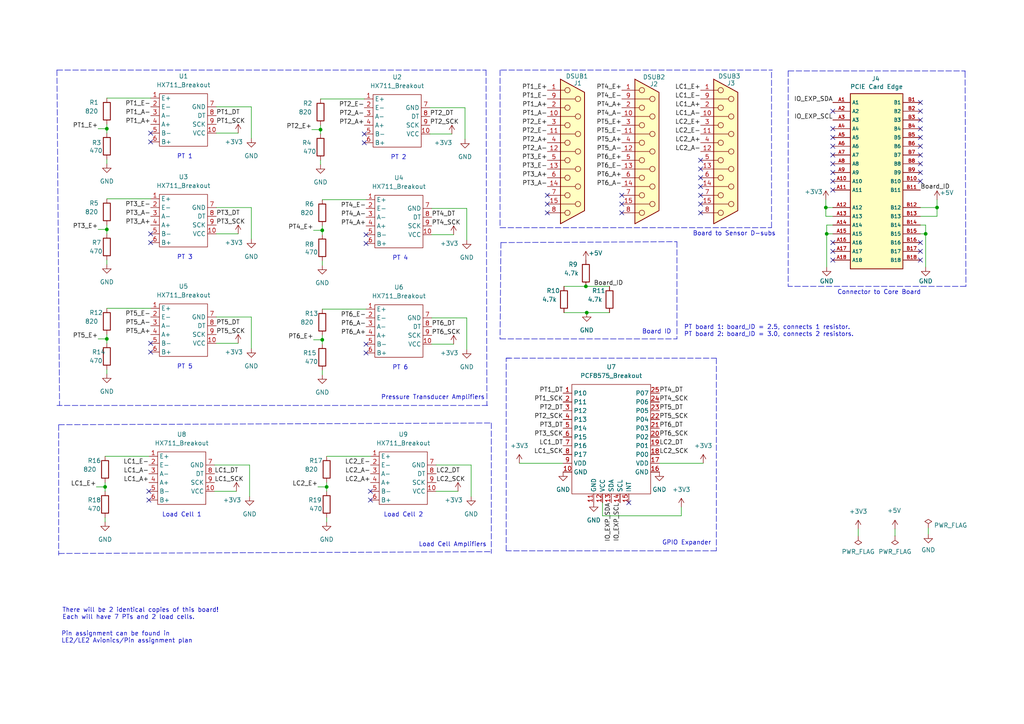
<source format=kicad_sch>
(kicad_sch (version 20211123) (generator eeschema)
  (paper "A4")
  (lib_symbols
    (symbol "Connector:DB15_Female" (pin_names (offset 1.016) hide)
      (property "Reference" "J" (at 0.508 21.59 0))
      (property "Value" "DB15_Female" (at 0 -22.225 0))
      (symbol "DB15_Female_0_1"
        (circle (center -1.778 -17.78) (radius 0.762))
        (circle (center -1.778 -12.7) (radius 0.762))
        (circle (center -1.778 -7.62) (radius 0.762))
        (circle (center -1.778 -2.54) (radius 0.762))
        (circle (center -1.778 2.54) (radius 0.762))
        (circle (center -1.778 7.62) (radius 0.762))
        (circle (center -1.778 12.7) (radius 0.762))
        (circle (center -1.778 17.78) (radius 0.762))
        (polyline (pts (xy -3.81 -17.78) (xy -2.54 -17.78)))
        (polyline (pts (xy -3.81 -15.24) (xy 0.508 -15.24)))
        (polyline (pts (xy -3.81 -12.7) (xy -2.54 -12.7)))
        (polyline (pts (xy -3.81 -10.16) (xy 0.508 -10.16)))
        (polyline (pts (xy -3.81 -7.62) (xy -2.54 -7.62)))
        (polyline (pts (xy -3.81 -5.08) (xy 0.508 -5.08)))
        (polyline (pts (xy -3.81 -2.54) (xy -2.54 -2.54)))
        (polyline (pts (xy -3.81 0) (xy 0.508 0)))
        (polyline (pts (xy -3.81 2.54) (xy -2.54 2.54)))
        (polyline (pts (xy -3.81 5.08) (xy 0.508 5.08)))
        (polyline (pts (xy -3.81 7.62) (xy -2.54 7.62)))
        (polyline (pts (xy -3.81 10.16) (xy 0.508 10.16)))
        (polyline (pts (xy -3.81 12.7) (xy -2.54 12.7)))
        (polyline (pts (xy -3.81 15.24) (xy 0.508 15.24)))
        (polyline (pts (xy -3.81 17.78) (xy -2.54 17.78)))
        (polyline (pts (xy -3.81 20.955) (xy 3.175 17.145) (xy 3.175 -17.145) (xy -3.81 -20.955) (xy -3.81 20.955)) (stroke (width 0.254)) (fill (type background)))
        (circle (center 1.27 -15.24) (radius 0.762))
        (circle (center 1.27 -10.16) (radius 0.762))
        (circle (center 1.27 -5.08) (radius 0.762))
        (circle (center 1.27 0) (radius 0.762))
        (circle (center 1.27 5.08) (radius 0.762))
        (circle (center 1.27 10.16) (radius 0.762))
        (circle (center 1.27 15.24) (radius 0.762))
      )
      (symbol "DB15_Female_1_1"
        (pin passive line (at -7.62 17.78 0) (length 3.81) (name "1") (number "1"))
        (pin passive line (at -7.62 10.16 0) (length 3.81) (name "P10") (number "10"))
        (pin passive line (at -7.62 5.08 0) (length 3.81) (name "P111") (number "11"))
        (pin passive line (at -7.62 0 0) (length 3.81) (name "P12") (number "12"))
        (pin passive line (at -7.62 -5.08 0) (length 3.81) (name "P13") (number "13"))
        (pin passive line (at -7.62 -10.16 0) (length 3.81) (name "P14") (number "14"))
        (pin passive line (at -7.62 -15.24 0) (length 3.81) (name "P15") (number "15"))
        (pin passive line (at -7.62 12.7 0) (length 3.81) (name "2") (number "2"))
        (pin passive line (at -7.62 7.62 0) (length 3.81) (name "3") (number "3"))
        (pin passive line (at -7.62 2.54 0) (length 3.81) (name "4") (number "4"))
        (pin passive line (at -7.62 -2.54 0) (length 3.81) (name "5") (number "5"))
        (pin passive line (at -7.62 -7.62 0) (length 3.81) (name "6") (number "6"))
        (pin passive line (at -7.62 -12.7 0) (length 3.81) (name "7") (number "7"))
        (pin passive line (at -7.62 -17.78 0) (length 3.81) (name "8") (number "8"))
        (pin passive line (at -7.62 15.24 0) (length 3.81) (name "P9") (number "9"))
      )
    )
    (symbol "Device:R" (pin_numbers hide) (pin_names (offset 0))
      (property "Reference" "R" (at 2.032 0 90))
      (property "Value" "R" (at 0 0 90))
      (symbol "R_0_1"
        (rectangle (start -1.016 -2.54) (end 1.016 2.54) (stroke (width 0.254)))
      )
      (symbol "R_1_1"
        (pin passive line (at 0 3.81 270) (length 1.27) (name "~") (number "1"))
        (pin passive line (at 0 -3.81 90) (length 1.27) (name "~") (number "2"))
      )
    )
    (symbol "ELLIE_Symbol_Library:HX711_Breakout"
      (property "Reference" "U" (at -1.27 -5.08 0))
      (property "Value" "HX711_Breakout" (at -1.27 -7.62 0))
      (symbol "HX711_Breakout_0_1"
        (rectangle (start -8.89 11.43) (end 5.08 -3.81))
      )
      (symbol "HX711_Breakout_1_1"
        (pin output line (at -11.43 10.16 0) (length 2.54) (name "E+") (number "1"))
        (pin power_in line (at 7.62 0 180) (length 2.54) (name "VCC") (number "10"))
        (pin output line (at -11.43 7.62 0) (length 2.54) (name "E-") (number "2"))
        (pin input line (at -11.43 5.08 0) (length 2.54) (name "A-") (number "3"))
        (pin input line (at -11.43 2.54 0) (length 2.54) (name "A+") (number "4"))
        (pin output line (at -11.43 0 0) (length 2.54) (name "B-") (number "5"))
        (pin output line (at -11.43 -2.54 0) (length 2.54) (name "B+") (number "6"))
        (pin power_in line (at 7.62 7.62 180) (length 2.54) (name "GND") (number "7"))
        (pin input line (at 7.62 5.08 180) (length 2.54) (name "DT") (number "8"))
        (pin input line (at 7.62 2.54 180) (length 2.54) (name "SCK") (number "9"))
      )
    )
    (symbol "PCF8575_Breakout:PCF8575_Breakout"
      (property "Reference" "U" (at 0 19.05 0))
      (property "Value" "PCF8575_Breakout" (at 0 16.51 0))
      (symbol "PCF8575_Breakout_0_1"
        (rectangle (start -11.43 13.97) (end 11.43 -17.78))
      )
      (symbol "PCF8575_Breakout_1_1"
        (pin bidirectional line (at -13.97 11.43 0) (length 2.54) (name "P10") (number "1"))
        (pin power_in line (at -13.97 -11.43 0) (length 2.54) (name "GND") (number "10"))
        (pin power_in line (at -5.08 -20.32 90) (length 2.54) (name "GND") (number "11"))
        (pin power_in line (at -2.54 -20.32 90) (length 2.54) (name "VCC") (number "12"))
        (pin bidirectional line (at 0 -20.32 90) (length 2.54) (name "SDA") (number "13"))
        (pin input line (at 2.54 -20.32 90) (length 2.54) (name "SCL") (number "14"))
        (pin output line (at 5.08 -20.32 90) (length 2.54) (name "INT") (number "15"))
        (pin power_in line (at 13.97 -11.43 180) (length 2.54) (name "GND") (number "16"))
        (pin power_in line (at 13.97 -8.89 180) (length 2.54) (name "VDD") (number "17"))
        (pin bidirectional line (at 13.97 -6.35 180) (length 2.54) (name "P00") (number "18"))
        (pin bidirectional line (at 13.97 -3.81 180) (length 2.54) (name "P01") (number "19"))
        (pin bidirectional line (at -13.97 8.89 0) (length 2.54) (name "P11") (number "2"))
        (pin bidirectional line (at 13.97 -1.27 180) (length 2.54) (name "P02") (number "20"))
        (pin bidirectional line (at 13.97 1.27 180) (length 2.54) (name "P03") (number "21"))
        (pin bidirectional line (at 13.97 3.81 180) (length 2.54) (name "P04") (number "22"))
        (pin bidirectional line (at 13.97 6.35 180) (length 2.54) (name "P05") (number "23"))
        (pin bidirectional line (at 13.97 8.89 180) (length 2.54) (name "P06") (number "24"))
        (pin bidirectional line (at 13.97 11.43 180) (length 2.54) (name "P07") (number "25"))
        (pin bidirectional line (at -13.97 6.35 0) (length 2.54) (name "P12") (number "3"))
        (pin bidirectional line (at -13.97 3.81 0) (length 2.54) (name "P13") (number "4"))
        (pin bidirectional line (at -13.97 1.27 0) (length 2.54) (name "P14") (number "5"))
        (pin bidirectional line (at -13.97 -1.27 0) (length 2.54) (name "P15") (number "6"))
        (pin bidirectional line (at -13.97 -3.81 0) (length 2.54) (name "P16") (number "7"))
        (pin bidirectional line (at -13.97 -6.35 0) (length 2.54) (name "P17") (number "8"))
        (pin power_in line (at -13.97 -8.89 0) (length 2.54) (name "VDD") (number "9"))
      )
    )
    (symbol "PCIE:PCIE-LP-01-01-F-DV-A-TR_(card_edge)"
      (property "Reference" "J" (at 0 0 0))
      (property "Value" "PCIE-LP-01-01-F-DV-A-TR_(card_edge)" (at 0 0 0))
      (symbol "PCIE-LP-01-01-F-DV-A-TR_(card_edge)_0_0"
        (rectangle (start -6.35 3.81) (end 8.89 54.61) (stroke (width 0.254)) (fill (type background)))
        (pin passive line (at -11.43 52.07 0) (length 5.08) (name "A1") (number "A1"))
        (pin passive line (at -11.43 29.21 0) (length 5.08) (name "A10") (number "A10"))
        (pin passive line (at -11.43 26.67 0) (length 5.08) (name "A11") (number "A11"))
        (pin passive line (at -11.43 21.59 0) (length 5.08) (name "A12") (number "A12"))
        (pin passive line (at -11.43 19.05 0) (length 5.08) (name "A13") (number "A13"))
        (pin passive line (at -11.43 16.51 0) (length 5.08) (name "A14") (number "A14"))
        (pin passive line (at -11.43 13.97 0) (length 5.08) (name "A15") (number "A15"))
        (pin passive line (at -11.43 11.43 0) (length 5.08) (name "A16") (number "A16"))
        (pin passive line (at -11.43 8.89 0) (length 5.08) (name "A17") (number "A17"))
        (pin passive line (at -11.43 6.35 0) (length 5.08) (name "A18") (number "A18"))
        (pin passive line (at -11.43 49.53 0) (length 5.08) (name "A2") (number "A2"))
        (pin passive line (at -11.43 46.99 0) (length 5.08) (name "A3") (number "A3"))
        (pin passive line (at -11.43 44.45 0) (length 5.08) (name "A4") (number "A4"))
        (pin passive line (at -11.43 41.91 0) (length 5.08) (name "A5") (number "A5"))
        (pin passive line (at -11.43 39.37 0) (length 5.08) (name "A6") (number "A6"))
        (pin passive line (at -11.43 36.83 0) (length 5.08) (name "A7") (number "A7"))
        (pin passive line (at -11.43 34.29 0) (length 5.08) (name "A8") (number "A8"))
        (pin passive line (at -11.43 31.75 0) (length 5.08) (name "A9") (number "A9"))
        (pin passive line (at 13.97 52.07 180) (length 5.08) (name "B1") (number "B1"))
        (pin passive line (at 13.97 29.21 180) (length 5.08) (name "B10") (number "B10"))
        (pin passive line (at 13.97 26.67 180) (length 5.08) (name "B11") (number "B11"))
        (pin passive line (at 13.97 21.59 180) (length 5.08) (name "B12") (number "B12"))
        (pin passive line (at 13.97 19.05 180) (length 5.08) (name "B13") (number "B13"))
        (pin passive line (at 13.97 16.51 180) (length 5.08) (name "B14") (number "B14"))
        (pin passive line (at 13.97 13.97 180) (length 5.08) (name "B15") (number "B15"))
        (pin passive line (at 13.97 11.43 180) (length 5.08) (name "B16") (number "B16"))
        (pin passive line (at 13.97 8.89 180) (length 5.08) (name "B17") (number "B17"))
        (pin passive line (at 13.97 6.35 180) (length 5.08) (name "B18") (number "B18"))
        (pin passive line (at 13.97 49.53 180) (length 5.08) (name "B2") (number "B2"))
        (pin passive line (at 13.97 46.99 180) (length 5.08) (name "B3") (number "B3"))
        (pin passive line (at 13.97 44.45 180) (length 5.08) (name "B4") (number "B4"))
        (pin passive line (at 13.97 41.91 180) (length 5.08) (name "B5") (number "B5"))
        (pin passive line (at 13.97 39.37 180) (length 5.08) (name "B6") (number "B6"))
        (pin passive line (at 13.97 36.83 180) (length 5.08) (name "B7") (number "B7"))
        (pin passive line (at 13.97 34.29 180) (length 5.08) (name "B8") (number "B8"))
        (pin passive line (at 13.97 31.75 180) (length 5.08) (name "B9") (number "B9"))
      )
    )
    (symbol "power:+3.3V" (power) (pin_names (offset 0))
      (property "Value" "+3.3V" (at 0 3.556 0))
      (symbol "+3.3V_0_1"
        (polyline (pts (xy -0.762 1.27) (xy 0 2.54)))
        (polyline (pts (xy 0 0) (xy 0 2.54)))
        (polyline (pts (xy 0 2.54) (xy 0.762 1.27)))
      )
      (symbol "+3.3V_1_1"
        (pin power_in line (at 0 0 90) (length 0) hide (name "+3V3") (number "1"))
      )
    )
    (symbol "power:+5V" (power) (pin_names (offset 0))
      (property "Value" "+5V" (at 0 3.556 0))
      (symbol "+5V_0_1"
        (polyline (pts (xy -0.762 1.27) (xy 0 2.54)))
        (polyline (pts (xy 0 0) (xy 0 2.54)))
        (polyline (pts (xy 0 2.54) (xy 0.762 1.27)))
      )
      (symbol "+5V_1_1"
        (pin power_in line (at 0 0 90) (length 0) hide (name "+5V") (number "1"))
      )
    )
    (symbol "power:GND" (power) (pin_names (offset 0))
      (property "Value" "GND" (at 0 -3.81 0))
      (symbol "GND_0_1"
        (polyline (pts (xy 0 0) (xy 0 -1.27) (xy 1.27 -1.27) (xy 0 -2.54) (xy -1.27 -1.27) (xy 0 -1.27)))
      )
      (symbol "GND_1_1"
        (pin power_in line (at 0 0 270) (length 0) hide (name "GND") (number "1"))
      )
    )
    (symbol "power:PWR_FLAG" (power) (pin_numbers hide) (pin_names (offset 0) hide)
      (property "Value" "PWR_FLAG" (at 0 3.81 0))
      (symbol "PWR_FLAG_0_0"
        (pin power_out line (at 0 0 90) (length 0) (name "pwr") (number "1"))
      )
      (symbol "PWR_FLAG_0_1"
        (polyline (pts (xy 0 0) (xy 0 1.27) (xy -1.016 1.905) (xy 0 2.54) (xy 1.016 1.905) (xy 0 1.27)))
      )
    )
  )
  (junction (at 30.988 37.338))
  (junction (at 94.742 141.224))
  (junction (at 239.776 67.818))
  (junction (at 93.472 98.552))
  (junction (at 30.988 98.298))
  (junction (at 30.988 66.548))
  (junction (at 170.18 90.678))
  (junction (at 93.472 66.802))
  (junction (at 268.478 67.818))
  (junction (at 239.522 60.198))
  (junction (at 169.926 83.058))
  (junction (at 92.964 37.592))
  (junction (at 30.48 141.224))
  (junction (at 271.78 60.198))
  (no_connect (at 203.2 54.102))
  (no_connect (at 158.75 59.182))
  (no_connect (at 180.34 61.722))
  (no_connect (at 203.2 61.722))
  (no_connect (at 180.34 56.642))
  (no_connect (at 180.34 59.182))
  (no_connect (at 203.2 56.642))
  (no_connect (at 203.2 59.182))
  (no_connect (at 158.75 56.642))
  (no_connect (at 158.75 61.722))
  (no_connect (at 203.2 51.562))
  (no_connect (at 105.664 38.862))
  (no_connect (at 105.664 41.402))
  (no_connect (at 43.688 99.568))
  (no_connect (at 203.2 49.022))
  (no_connect (at 43.688 70.358))
  (no_connect (at 43.688 102.108))
  (no_connect (at 241.554 37.338))
  (no_connect (at 241.554 32.258))
  (no_connect (at 43.688 38.608))
  (no_connect (at 106.172 70.612))
  (no_connect (at 106.172 68.072))
  (no_connect (at 107.442 145.034))
  (no_connect (at 43.688 41.148))
  (no_connect (at 203.2 46.482))
  (no_connect (at 43.18 145.034))
  (no_connect (at 107.442 142.494))
  (no_connect (at 106.172 99.822))
  (no_connect (at 106.172 102.362))
  (no_connect (at 43.18 142.494))
  (no_connect (at 241.554 55.118))
  (no_connect (at 241.554 39.878))
  (no_connect (at 241.554 42.418))
  (no_connect (at 241.554 70.358))
  (no_connect (at 241.554 72.898))
  (no_connect (at 241.554 75.438))
  (no_connect (at 266.954 52.578))
  (no_connect (at 266.954 50.038))
  (no_connect (at 266.954 47.498))
  (no_connect (at 241.554 44.958))
  (no_connect (at 241.554 47.498))
  (no_connect (at 241.554 50.038))
  (no_connect (at 241.554 52.578))
  (no_connect (at 266.954 75.438))
  (no_connect (at 266.954 72.898))
  (no_connect (at 266.954 70.358))
  (no_connect (at 266.954 44.958))
  (no_connect (at 266.954 42.418))
  (no_connect (at 266.954 39.878))
  (no_connect (at 266.954 34.798))
  (no_connect (at 266.954 32.258))
  (no_connect (at 266.954 29.718))
  (no_connect (at 266.954 37.338))
  (no_connect (at 43.688 67.818))
  (no_connect (at 182.372 145.796))
  (polyline (pts (xy 145.288 20.32) (xy 224.028 20.32)))
  (wire (pts (xy 43.688 89.408) (xy 30.988 89.408)))
  (wire (pts (xy 62.23 134.874) (xy 72.39 134.874)))
  (wire (pts (xy 241.554 60.198) (xy 239.522 60.198)))
  (wire (pts (xy 62.23 142.494) (xy 68.58 142.494)))
  (wire (pts (xy 92.202 141.224) (xy 94.742 141.224)))
  (wire (pts (xy 62.738 38.608) (xy 69.088 38.608)))
  (wire (pts (xy 72.39 134.874) (xy 72.39 144.018)))
  (polyline (pts (xy 146.812 103.886) (xy 148.082 103.886)))
  (wire (pts (xy 268.478 65.278) (xy 268.478 67.818)))
  (wire (pts (xy 197.612 149.606) (xy 197.612 147.066)))
  (polyline (pts (xy 16.51 20.32) (xy 140.97 20.32)))
  (wire (pts (xy 136.652 134.874) (xy 136.652 144.018)))
  (polyline (pts (xy 146.812 103.886) (xy 207.772 103.886)))
  (wire (pts (xy 126.492 142.494) (xy 132.842 142.494)))
  (polyline (pts (xy 223.774 66.04) (xy 223.774 20.32)))
  (polyline (pts (xy 207.772 159.766) (xy 146.812 159.766)))
  (wire (pts (xy 239.522 60.198) (xy 239.522 57.912)))
  (wire (pts (xy 93.472 98.552) (xy 93.472 99.822)))
  (wire (pts (xy 62.738 91.948) (xy 72.898 91.948)))
  (polyline (pts (xy 141.478 117.602) (xy 16.51 117.602)))
  (wire (pts (xy 135.382 92.202) (xy 135.382 101.346)))
  (polyline (pts (xy 142.494 122.682) (xy 142.494 160.528)))
  (polyline (pts (xy 228.6 20.574) (xy 279.908 20.574)))
  (polyline (pts (xy 279.908 20.574) (xy 279.908 20.828)))
  (wire (pts (xy 72.898 91.948) (xy 72.898 101.092)))
  (wire (pts (xy 92.964 36.322) (xy 92.964 37.592)))
  (wire (pts (xy 30.988 36.068) (xy 30.988 37.338)))
  (wire (pts (xy 124.714 38.862) (xy 131.064 38.862)))
  (wire (pts (xy 30.48 139.954) (xy 30.48 141.224)))
  (wire (pts (xy 94.742 150.114) (xy 94.742 151.384)))
  (polyline (pts (xy 17.018 123.19) (xy 17.018 161.036)))
  (wire (pts (xy 126.492 134.874) (xy 136.652 134.874)))
  (wire (pts (xy 134.874 31.242) (xy 134.874 40.386)))
  (wire (pts (xy 106.172 57.912) (xy 93.472 57.912)))
  (polyline (pts (xy 196.342 70.104) (xy 196.342 98.298)))
  (wire (pts (xy 170.18 90.678) (xy 176.784 90.678)))
  (wire (pts (xy 28.448 98.298) (xy 30.988 98.298)))
  (polyline (pts (xy 280.162 83.058) (xy 228.6 83.058)))
  (wire (pts (xy 90.932 98.552) (xy 93.472 98.552)))
  (wire (pts (xy 269.24 153.162) (xy 269.24 154.94)))
  (polyline (pts (xy 145.034 98.298) (xy 196.342 98.298)))
  (wire (pts (xy 266.954 67.818) (xy 268.478 67.818)))
  (wire (pts (xy 93.472 66.802) (xy 93.472 68.072)))
  (wire (pts (xy 30.988 98.298) (xy 30.988 99.568)))
  (polyline (pts (xy 279.908 20.828) (xy 280.162 83.058)))
  (wire (pts (xy 271.78 57.912) (xy 271.78 60.198)))
  (wire (pts (xy 92.964 46.482) (xy 92.964 47.752)))
  (wire (pts (xy 30.988 75.438) (xy 30.988 76.708)))
  (wire (pts (xy 30.48 141.224) (xy 30.48 142.494)))
  (wire (pts (xy 43.688 28.448) (xy 30.988 28.448)))
  (wire (pts (xy 174.752 149.606) (xy 197.612 149.606)))
  (wire (pts (xy 241.554 62.738) (xy 239.522 62.738)))
  (wire (pts (xy 125.222 60.452) (xy 135.382 60.452)))
  (wire (pts (xy 271.78 60.198) (xy 271.78 62.738)))
  (wire (pts (xy 266.954 65.278) (xy 268.478 65.278)))
  (wire (pts (xy 30.988 107.188) (xy 30.988 108.458)))
  (wire (pts (xy 239.776 67.818) (xy 241.554 67.818)))
  (wire (pts (xy 30.988 66.548) (xy 30.988 67.818)))
  (wire (pts (xy 43.688 57.658) (xy 30.988 57.658)))
  (wire (pts (xy 106.172 89.662) (xy 93.472 89.662)))
  (polyline (pts (xy 145.034 20.32) (xy 145.034 66.04)))
  (polyline (pts (xy 145.288 70.358) (xy 196.342 70.104)))
  (wire (pts (xy 107.442 132.334) (xy 94.742 132.334)))
  (wire (pts (xy 62.738 60.198) (xy 72.898 60.198)))
  (polyline (pts (xy 207.772 103.886) (xy 207.772 159.766)))
  (wire (pts (xy 93.472 107.442) (xy 93.472 108.712)))
  (wire (pts (xy 62.738 67.818) (xy 69.088 67.818)))
  (wire (pts (xy 30.48 150.114) (xy 30.48 151.384)))
  (wire (pts (xy 72.898 30.988) (xy 72.898 40.132)))
  (wire (pts (xy 259.588 153.416) (xy 259.588 155.448)))
  (wire (pts (xy 163.576 90.678) (xy 170.18 90.678)))
  (polyline (pts (xy 17.018 123.19) (xy 142.494 122.682)))
  (wire (pts (xy 30.988 46.228) (xy 30.988 47.498)))
  (wire (pts (xy 268.478 67.818) (xy 268.478 77.47)))
  (polyline (pts (xy 16.51 20.32) (xy 17.272 117.602)))
  (wire (pts (xy 239.776 65.278) (xy 239.776 67.818)))
  (wire (pts (xy 169.926 83.058) (xy 176.784 83.058)))
  (wire (pts (xy 241.554 65.278) (xy 239.776 65.278)))
  (wire (pts (xy 62.738 99.568) (xy 69.088 99.568)))
  (wire (pts (xy 30.988 65.278) (xy 30.988 66.548)))
  (wire (pts (xy 90.932 66.802) (xy 93.472 66.802)))
  (polyline (pts (xy 145.288 70.358) (xy 145.034 98.298)))
  (wire (pts (xy 72.898 60.198) (xy 72.898 69.342)))
  (wire (pts (xy 239.776 67.818) (xy 239.776 77.47)))
  (wire (pts (xy 30.988 97.028) (xy 30.988 98.298)))
  (wire (pts (xy 125.222 99.822) (xy 131.572 99.822)))
  (wire (pts (xy 93.472 97.282) (xy 93.472 98.552)))
  (wire (pts (xy 28.448 66.548) (xy 30.988 66.548)))
  (wire (pts (xy 124.714 31.242) (xy 134.874 31.242)))
  (wire (pts (xy 125.222 68.072) (xy 131.572 68.072)))
  (wire (pts (xy 27.94 141.224) (xy 30.48 141.224)))
  (wire (pts (xy 266.954 62.738) (xy 271.78 62.738)))
  (wire (pts (xy 43.18 132.334) (xy 30.48 132.334)))
  (wire (pts (xy 28.448 37.338) (xy 30.988 37.338)))
  (wire (pts (xy 125.222 92.202) (xy 135.382 92.202)))
  (polyline (pts (xy 145.034 66.04) (xy 223.774 66.04)))
  (polyline (pts (xy 146.812 159.766) (xy 146.812 103.886)))
  (wire (pts (xy 163.576 83.058) (xy 169.926 83.058)))
  (polyline (pts (xy 17.018 160.528) (xy 142.494 160.02)))
  (wire (pts (xy 30.988 37.338) (xy 30.988 38.608)))
  (wire (pts (xy 248.92 153.416) (xy 248.92 155.448)))
  (wire (pts (xy 174.752 145.796) (xy 174.752 149.606)))
  (wire (pts (xy 239.522 62.738) (xy 239.522 60.198)))
  (wire (pts (xy 62.738 30.988) (xy 72.898 30.988)))
  (wire (pts (xy 150.622 134.366) (xy 163.322 134.366)))
  (wire (pts (xy 93.472 65.532) (xy 93.472 66.802)))
  (wire (pts (xy 135.382 60.452) (xy 135.382 69.596)))
  (wire (pts (xy 93.472 75.692) (xy 93.472 76.962)))
  (wire (pts (xy 266.954 60.198) (xy 271.78 60.198)))
  (polyline (pts (xy 228.6 20.574) (xy 228.6 83.058)))
  (wire (pts (xy 105.664 28.702) (xy 92.964 28.702)))
  (wire (pts (xy 92.964 37.592) (xy 92.964 38.862)))
  (polyline (pts (xy 140.97 20.32) (xy 141.224 117.602)))
  (wire (pts (xy 94.742 139.954) (xy 94.742 141.224)))
  (wire (pts (xy 90.424 37.592) (xy 92.964 37.592)))
  (wire (pts (xy 191.262 134.366) (xy 203.962 134.366)))
  (wire (pts (xy 94.742 141.224) (xy 94.742 142.494)))
  (text "There will be 2 identical copies of this board!\nEach will have 7 PTs and 2 load cells." (at 18.034 179.832 0) (effects (font (size 1.27 1.27)) (justify left bottom)))
  (text "Pressure Transducer Amplifiers" (at 110.49 116.078 0) (effects (font (size 1.27 1.27)) (justify left bottom)))
  (text "PT 4\n" (at 113.792 75.692 0) (effects (font (size 1.27 1.27)) (justify left bottom)))
  (text "Connector to Core Board" (at 242.824 85.598 0) (effects (font (size 1.27 1.27)) (justify left bottom)))
  (text "Board ID" (at 186.182 97.028 0) (effects (font (size 1.27 1.27)) (justify left bottom)))
  (text "Load Cell 2\n" (at 111.252 150.114 0) (effects (font (size 1.27 1.27)) (justify left bottom)))
  (text "Board to Sensor D-subs" (at 200.914 68.58 0) (effects (font (size 1.27 1.27)) (justify left bottom)))
  (text "PT 6\n" (at 113.792 107.442 0) (effects (font (size 1.27 1.27)) (justify left bottom)))
  (text "PT board 1: board_ID = 2.5, connects 1 resistor.\nPT board 2: board_ID = 3.0, connects 2 resistors." (at 198.374 97.79 0) (effects (font (size 1.27 1.27)) (justify left bottom)))
  (text "PT 3\n" (at 51.308 75.438 0) (effects (font (size 1.27 1.27)) (justify left bottom)))
  (text "PT 2\n" (at 113.284 46.482 0) (effects (font (size 1.27 1.27)) (justify left bottom)))
  (text "Load Cell Amplifiers" (at 121.412 158.75 0) (effects (font (size 1.27 1.27)) (justify left bottom)))
  (text "PT 5\n" (at 51.308 107.188 0) (effects (font (size 1.27 1.27)) (justify left bottom)))
  (text "Pin assignment can be found in \nLE2/LE2 Avionics/Pin assignment plan" (at 17.78 186.69 0) (effects (font (size 1.27 1.27)) (justify left bottom)))
  (text "Load Cell 1" (at 46.99 150.114 0) (effects (font (size 1.27 1.27)) (justify left bottom)))
  (text "PT 1" (at 51.308 46.228 0) (effects (font (size 1.27 1.27)) (justify left bottom)))
  (text "GPIO Expander" (at 192.024 158.242 0) (effects (font (size 1.27 1.27)) (justify left bottom)))
  (label "PT6_A-" (at 180.34 54.102 180))
  (label "PT3_A+" (at 43.688 65.278 180))
  (label "LC1_SCK" (at 163.322 131.826 180))
  (label "PT3_E-" (at 158.75 49.022 180))
  (label "PT1_E-" (at 43.688 30.988 180))
  (label "PT5_A+" (at 43.688 97.028 180))
  (label "Board_ID" (at 266.954 55.118 0))
  (label "IO_EXP_SDA" (at 177.292 145.796 270))
  (label "LC2_A-" (at 203.2 43.942 180))
  (label "LC1_A+" (at 43.18 139.954 180))
  (label "IO_EXP_SDA" (at 241.554 29.718 180))
  (label "PT3_E-" (at 43.688 60.198 180))
  (label "PT1_E+" (at 158.75 26.162 180))
  (label "LC1_E+" (at 203.2 26.162 180))
  (label "PT2_DT" (at 124.714 33.782 0))
  (label "PT1_E+" (at 28.448 37.338 180))
  (label "PT5_DT" (at 62.738 94.488 0))
  (label "PT2_A-" (at 158.75 43.942 180))
  (label "PT1_A+" (at 158.75 31.242 180))
  (label "PT3_E+" (at 28.448 66.548 180))
  (label "PT3_DT" (at 163.322 124.206 180))
  (label "PT6_SCK" (at 125.222 97.282 0))
  (label "PT2_SCK" (at 124.714 36.322 0))
  (label "LC2_A+" (at 107.442 139.954 180))
  (label "PT3_SCK" (at 163.322 126.746 180))
  (label "LC2_DT" (at 126.492 137.414 0))
  (label "LC2_DT" (at 191.262 129.286 0))
  (label "LC2_A+" (at 203.2 41.402 180))
  (label "PT5_E+" (at 28.448 98.298 180))
  (label "PT4_E-" (at 106.172 60.452 180))
  (label "LC1_DT" (at 62.23 137.414 0))
  (label "PT1_DT" (at 163.322 114.046 180))
  (label "LC1_DT" (at 163.322 129.286 180))
  (label "PT4_SCK" (at 125.222 65.532 0))
  (label "IO_EXP_SCL" (at 241.554 34.798 180))
  (label "PT3_SCK" (at 62.738 65.278 0))
  (label "LC1_A+" (at 203.2 31.242 180))
  (label "PT2_A-" (at 105.664 33.782 180))
  (label "LC2_A-" (at 107.442 137.414 180))
  (label "PT2_SCK" (at 163.322 121.666 180))
  (label "PT3_A-" (at 43.688 62.738 180))
  (label "PT6_E-" (at 106.172 92.202 180))
  (label "LC1_E-" (at 43.18 134.874 180))
  (label "PT2_E-" (at 158.75 38.862 180))
  (label "PT1_A-" (at 43.688 33.528 180))
  (label "PT1_E-" (at 158.75 28.702 180))
  (label "LC2_E-" (at 203.2 38.862 180))
  (label "PT5_SCK" (at 191.262 121.666 0))
  (label "PT5_E-" (at 43.688 91.948 180))
  (label "PT1_DT" (at 62.738 33.528 0))
  (label "PT1_A+" (at 43.688 36.068 180))
  (label "PT6_DT" (at 191.262 124.206 0))
  (label "PT5_DT" (at 191.262 119.126 0))
  (label "LC2_E-" (at 107.442 134.874 180))
  (label "PT6_E+" (at 90.932 98.552 180))
  (label "PT4_E-" (at 180.34 28.702 180))
  (label "LC1_E-" (at 203.2 28.702 180))
  (label "PT5_E+" (at 180.34 36.322 180))
  (label "PT6_E+" (at 180.34 46.482 180))
  (label "PT3_A+" (at 158.75 51.562 180))
  (label "LC2_E+" (at 92.202 141.224 180))
  (label "LC2_SCK" (at 191.262 131.826 0))
  (label "LC1_A-" (at 43.18 137.414 180))
  (label "PT4_DT" (at 125.222 62.992 0))
  (label "PT4_E+" (at 90.932 66.802 180))
  (label "PT6_E-" (at 180.34 49.022 180))
  (label "PT6_A+" (at 106.172 97.282 180))
  (label "PT4_A+" (at 106.172 65.532 180))
  (label "PT2_A+" (at 158.75 41.402 180))
  (label "PT6_DT" (at 125.222 94.742 0))
  (label "PT3_A-" (at 158.75 54.102 180))
  (label "PT1_A-" (at 158.75 33.782 180))
  (label "PT5_A-" (at 43.688 94.488 180))
  (label "PT6_A+" (at 180.34 51.562 180))
  (label "PT5_E-" (at 180.34 38.862 180))
  (label "PT2_DT" (at 163.322 119.126 180))
  (label "IO_EXP_SCL" (at 179.832 145.796 270))
  (label "Board_ID" (at 172.212 83.058 0))
  (label "PT4_DT" (at 191.262 114.046 0))
  (label "PT4_A-" (at 106.172 62.992 180))
  (label "LC2_SCK" (at 126.492 139.954 0))
  (label "PT1_SCK" (at 62.738 36.068 0))
  (label "PT5_A+" (at 180.34 41.402 180))
  (label "PT5_SCK" (at 62.738 97.028 0))
  (label "LC1_SCK" (at 62.23 139.954 0))
  (label "PT4_A+" (at 180.34 31.242 180))
  (label "PT2_E+" (at 158.75 36.322 180))
  (label "PT2_A+" (at 105.664 36.322 180))
  (label "PT3_DT" (at 62.738 62.738 0))
  (label "PT5_A-" (at 180.34 43.942 180))
  (label "PT4_A-" (at 180.34 33.782 180))
  (label "PT2_E+" (at 90.424 37.592 180))
  (label "PT2_E-" (at 105.664 31.242 180))
  (label "PT4_E+" (at 180.34 26.162 180))
  (label "LC1_E+" (at 27.94 141.224 180))
  (label "PT6_SCK" (at 191.262 126.746 0))
  (label "PT4_SCK" (at 191.262 116.586 0))
  (label "PT3_E+" (at 158.75 46.482 180))
  (label "LC2_E+" (at 203.2 36.322 180))
  (label "PT6_A-" (at 106.172 94.742 180))
  (label "PT1_SCK" (at 163.322 116.586 180))
  (label "LC1_A-" (at 203.2 33.782 180))
  (symbol (lib_id "power:+3.3V") (at 131.572 68.072 0) (unit 1)
    (property "Reference" "#PWR010" (effects hide))
    (property "Value" "+3.3V" (at 130.302 70.612 0))
  )
  (symbol (lib_id "Connector:DB15_Female") (at 210.82 43.942 0) (unit 1)
    (property "Reference" "J3" (at 210.82 24.13 0) (effects (justify left)))
    (property "Value" "DSUB3" (at 208.28 22.098 0) (effects (justify left)))
    (property "Footprint" "Connector_Dsub:DSUB-15_Female_Horizontal_P2.77x2.84mm_EdgePinOffset7.70mm_Housed_MountingHolesOffset9.12mm" (effects hide))
    (property "Datasheet" " ~" (effects hide))
  )
  (symbol (lib_id "Connector:DB15_Female") (at 187.96 43.942 0) (unit 1)
    (property "Reference" "J2" (at 188.468 24.384 0) (effects (justify left)))
    (property "Value" "DSUB2" (at 186.436 22.352 0) (effects (justify left)))
    (property "Footprint" "Connector_Dsub:DSUB-15_Female_Horizontal_P2.77x2.84mm_EdgePinOffset7.70mm_Housed_MountingHolesOffset9.12mm" (effects hide))
    (property "Datasheet" " ~" (effects hide))
  )
  (symbol (lib_id "power:+3.3V") (at 131.572 99.822 0) (unit 1)
    (property "Reference" "#PWR020" (effects hide))
    (property "Value" "+3.3V" (at 130.302 102.362 0))
  )
  (symbol (lib_id "power:GND") (at 72.39 144.018 0) (unit 1)
    (property "Reference" "#PWR031" (effects hide))
    (property "Value" "GND" (at 72.39 149.098 0))
  )
  (symbol (lib_id "power:GND") (at 72.898 101.092 0) (unit 1)
    (property "Reference" "#PWR021" (effects hide))
    (property "Value" "GND" (at 72.898 106.172 0))
  )
  (symbol (lib_id "power:GND") (at 163.322 136.906 0) (unit 1)
    (property "Reference" "#PWR027" (effects hide))
    (property "Value" "GND" (at 163.322 141.986 0))
  )
  (symbol (lib_id "Device:R") (at 92.964 42.672 180) (unit 1)
    (property "Reference" "R4" (at 87.63 41.402 0) (effects (justify right)))
    (property "Value" "470" (at 87.884 43.942 0) (effects (justify right)))
    (property "Footprint" "Resistor_SMD:R_0603_1608Metric" (effects hide))
  )
  (symbol (lib_id "Device:R") (at 93.472 71.882 180) (unit 1)
    (property "Reference" "R8" (at 88.392 70.866 0) (effects (justify right)))
    (property "Value" "470" (at 88.392 73.152 0) (effects (justify right)))
    (property "Footprint" "Resistor_SMD:R_0603_1608Metric" (effects hide))
  )
  (symbol (lib_id "Device:R") (at 30.988 93.218 180) (unit 1)
    (property "Reference" "R12" (at 25.908 90.678 0) (effects (justify right)))
    (property "Value" "820" (at 24.638 93.218 0) (effects (justify right)))
    (property "Footprint" "Resistor_SMD:R_0603_1608Metric" (effects hide))
  )
  (symbol (lib_id "power:GND") (at 135.382 101.346 0) (unit 1)
    (property "Reference" "#PWR022" (effects hide))
    (property "Value" "GND" (at 135.382 106.426 0))
  )
  (symbol (lib_id "Device:R") (at 169.926 79.248 180) (unit 1)
    (property "Reference" "R9" (at 164.846 76.708 0) (effects (justify right)))
    (property "Value" "4.7k" (at 163.576 79.248 0) (effects (justify right)))
    (property "Footprint" "Resistor_SMD:R_0603_1608Metric" (effects hide))
  )
  (symbol (lib_id "power:GND") (at 134.874 40.386 0) (unit 1)
    (property "Reference" "#PWR04" (effects hide))
    (property "Value" "GND" (at 134.874 45.466 0))
  )
  (symbol (lib_id "ELLIE_Symbol_Library:HX711_Breakout") (at 117.094 38.862 0) (unit 1)
    (property "Reference" "U2" (at 115.189 22.352 0))
    (property "Value" "HX711_Breakout" (at 115.189 24.892 0))
    (property "Footprint" "Ellie_Project_Footprints:HX711_Breakout_Board" (effects hide))
  )
  (symbol (lib_id "power:+3.3V") (at 248.92 153.416 0) (unit 1)
    (property "Reference" "#PWR037" (effects hide))
    (property "Value" "+3.3V" (at 248.92 148.336 0))
  )
  (symbol (lib_id "Device:R") (at 92.964 32.512 180) (unit 1)
    (property "Reference" "R2" (at 87.884 29.972 0) (effects (justify right)))
    (property "Value" "820" (at 86.614 32.512 0) (effects (justify right)))
    (property "Footprint" "Resistor_SMD:R_0603_1608Metric" (effects hide))
  )
  (symbol (lib_id "ELLIE_Symbol_Library:HX711_Breakout") (at 118.872 142.494 0) (unit 1)
    (property "Reference" "U9" (at 116.967 125.984 0))
    (property "Value" "HX711_Breakout" (at 116.967 128.524 0))
    (property "Footprint" "Ellie_Project_Footprints:HX711_Breakout_Board" (effects hide))
  )
  (symbol (lib_id "power:+3.3V") (at 132.842 142.494 0) (unit 1)
    (property "Reference" "#PWR030" (effects hide))
    (property "Value" "+3.3V" (at 131.572 145.034 0))
  )
  (symbol (lib_id "power:GND") (at 135.382 69.596 0) (unit 1)
    (property "Reference" "#PWR012" (effects hide))
    (property "Value" "GND" (at 135.382 74.676 0))
  )
  (symbol (lib_id "power:+5V") (at 271.78 57.912 0) (unit 1)
    (property "Reference" "#PWR08" (effects hide))
    (property "Value" "+5V" (at 274.574 55.88 0))
  )
  (symbol (lib_id "power:+3.3V") (at 197.612 147.066 0) (unit 1)
    (property "Reference" "#PWR034" (effects hide))
    (property "Value" "+3.3V" (at 197.612 141.986 0))
  )
  (symbol (lib_id "Device:R") (at 93.472 103.632 180) (unit 1)
    (property "Reference" "R15" (at 87.884 102.362 0) (effects (justify right)))
    (property "Value" "470" (at 88.392 104.902 0) (effects (justify right)))
    (property "Footprint" "Resistor_SMD:R_0603_1608Metric" (effects hide))
  )
  (symbol (lib_id "Connector:DB15_Female") (at 166.37 43.942 0) (unit 1)
    (property "Reference" "J1" (at 166.37 24.13 0) (effects (justify left)))
    (property "Value" "DSUB1" (at 164.084 22.098 0) (effects (justify left)))
    (property "Footprint" "Connector_Dsub:DSUB-15_Female_Horizontal_P2.77x2.84mm_EdgePinOffset7.70mm_Housed_MountingHolesOffset9.12mm" (effects hide))
    (property "Datasheet" " ~" (effects hide))
  )
  (symbol (lib_id "power:GND") (at 72.898 40.132 0) (unit 1)
    (property "Reference" "#PWR03" (effects hide))
    (property "Value" "GND" (at 72.898 45.212 0))
  )
  (symbol (lib_id "power:GND") (at 170.18 90.678 0) (unit 1)
    (property "Reference" "#PWR018" (effects hide))
    (property "Value" "GND" (at 170.18 95.758 0))
  )
  (symbol (lib_id "ELLIE_Symbol_Library:HX711_Breakout") (at 117.602 99.822 0) (unit 1)
    (property "Reference" "U6" (at 115.697 83.312 0))
    (property "Value" "HX711_Breakout" (at 115.697 85.852 0))
    (property "Footprint" "Ellie_Project_Footprints:HX711_Breakout_Board" (effects hide))
  )
  (symbol (lib_id "power:PWR_FLAG") (at 248.92 155.448 180) (unit 1)
    (property "Reference" "#FLG02" (effects hide))
    (property "Value" "PWR_FLAG" (at 248.92 160.0105 0))
  )
  (symbol (lib_id "PCF8575_Breakout:PCF8575_Breakout") (at 177.292 125.476 0) (unit 1)
    (property "Reference" "U7" (at 177.292 106.426 0))
    (property "Value" "PCF8575_Breakout" (at 177.292 108.966 0))
    (property "Footprint" "PCF8575_Breakout:PCF8575_Breakout" (effects hide))
  )
  (symbol (lib_id "power:+3.3V") (at 69.088 67.818 0) (unit 1)
    (property "Reference" "#PWR09" (effects hide))
    (property "Value" "+3.3V" (at 67.818 70.358 0))
  )
  (symbol (lib_id "power:GND") (at 94.742 151.384 0) (unit 1)
    (property "Reference" "#PWR036" (effects hide))
    (property "Value" "GND" (at 94.742 156.464 0))
  )
  (symbol (lib_id "power:GND") (at 172.212 145.796 0) (unit 1)
    (property "Reference" "#PWR033" (effects hide))
    (property "Value" "GND" (at 172.212 150.876 0))
  )
  (symbol (lib_id "Device:R") (at 94.742 146.304 180) (unit 1)
    (property "Reference" "R19" (at 89.408 145.034 0) (effects (justify right)))
    (property "Value" "470" (at 89.662 147.574 0) (effects (justify right)))
    (property "Footprint" "Resistor_SMD:R_0603_1608Metric" (effects hide))
  )
  (symbol (lib_id "power:+3.3V") (at 150.622 134.366 0) (unit 1)
    (property "Reference" "#PWR025" (effects hide))
    (property "Value" "+3.3V" (at 150.622 129.286 0))
  )
  (symbol (lib_id "power:+3.3V") (at 69.088 99.568 0) (unit 1)
    (property "Reference" "#PWR019" (effects hide))
    (property "Value" "+3.3V" (at 67.818 102.108 0))
  )
  (symbol (lib_id "Device:R") (at 176.784 86.868 180) (unit 1)
    (property "Reference" "R11" (at 171.704 84.328 0) (effects (justify right)))
    (property "Value" "4.7k" (at 170.434 86.868 0) (effects (justify right)))
    (property "Footprint" "Resistor_SMD:R_0603_1608Metric" (effects hide))
  )
  (symbol (lib_id "power:+3.3V") (at 131.064 38.862 0) (unit 1)
    (property "Reference" "#PWR02" (effects hide))
    (property "Value" "+3.3V" (at 128.524 41.402 0))
  )
  (symbol (lib_id "Device:R") (at 94.742 136.144 180) (unit 1)
    (property "Reference" "R17" (at 89.662 133.604 0) (effects (justify right)))
    (property "Value" "820" (at 88.392 136.144 0) (effects (justify right)))
    (property "Footprint" "Resistor_SMD:R_0603_1608Metric" (effects hide))
  )
  (symbol (lib_id "power:GND") (at 269.24 154.94 0) (unit 1)
    (property "Reference" "#PWR039" (effects hide))
    (property "Value" "GND" (at 269.24 159.5025 0))
  )
  (symbol (lib_id "power:GND") (at 30.48 151.384 0) (unit 1)
    (property "Reference" "#PWR035" (effects hide))
    (property "Value" "GND" (at 30.48 156.464 0))
  )
  (symbol (lib_id "power:GND") (at 268.478 77.47 0) (unit 1)
    (property "Reference" "#PWR017" (effects hide))
    (property "Value" "GND" (at 268.478 81.534 0))
  )
  (symbol (lib_id "power:GND") (at 30.988 108.458 0) (unit 1)
    (property "Reference" "#PWR023" (effects hide))
    (property "Value" "GND" (at 30.988 113.538 0))
  )
  (symbol (lib_id "Device:R") (at 93.472 61.722 180) (unit 1)
    (property "Reference" "R6" (at 88.392 59.182 0) (effects (justify right)))
    (property "Value" "820" (at 87.122 61.722 0) (effects (justify right)))
    (property "Footprint" "Resistor_SMD:R_0603_1608Metric" (effects hide))
  )
  (symbol (lib_id "ELLIE_Symbol_Library:HX711_Breakout") (at 55.118 67.818 0) (unit 1)
    (property "Reference" "U3" (at 53.213 51.308 0))
    (property "Value" "HX711_Breakout" (at 53.213 53.848 0))
    (property "Footprint" "Ellie_Project_Footprints:HX711_Breakout_Board" (effects hide))
  )
  (symbol (lib_id "power:GND") (at 30.988 76.708 0) (unit 1)
    (property "Reference" "#PWR014" (effects hide))
    (property "Value" "GND" (at 30.988 81.788 0))
  )
  (symbol (lib_id "ELLIE_Symbol_Library:HX711_Breakout") (at 117.602 68.072 0) (unit 1)
    (property "Reference" "U4" (at 115.697 51.562 0))
    (property "Value" "HX711_Breakout" (at 115.697 54.102 0))
    (property "Footprint" "Ellie_Project_Footprints:HX711_Breakout_Board" (effects hide))
  )
  (symbol (lib_id "power:+3.3V") (at 239.522 57.912 0) (unit 1)
    (property "Reference" "#PWR07" (effects hide))
    (property "Value" "+3.3V" (at 235.966 55.626 0))
  )
  (symbol (lib_id "ELLIE_Symbol_Library:HX711_Breakout") (at 55.118 99.568 0) (unit 1)
    (property "Reference" "U5" (at 53.213 83.058 0))
    (property "Value" "HX711_Breakout" (at 53.213 85.598 0))
    (property "Footprint" "Ellie_Project_Footprints:HX711_Breakout_Board" (effects hide))
  )
  (symbol (lib_id "power:+5V") (at 169.926 75.438 0) (unit 1)
    (property "Reference" "#PWR013" (effects hide))
    (property "Value" "+5V" (at 172.72 73.406 0))
  )
  (symbol (lib_id "power:+5V") (at 259.588 153.416 0) (unit 1)
    (property "Reference" "#PWR038" (effects hide))
    (property "Value" "+5V" (at 259.334 148.082 0))
  )
  (symbol (lib_id "power:GND") (at 30.988 47.498 0) (unit 1)
    (property "Reference" "#PWR05" (effects hide))
    (property "Value" "GND" (at 30.988 52.578 0))
  )
  (symbol (lib_id "power:GND") (at 191.262 136.906 0) (unit 1)
    (property "Reference" "#PWR028" (effects hide))
    (property "Value" "GND" (at 191.262 141.986 0))
  )
  (symbol (lib_id "power:GND") (at 72.898 69.342 0) (unit 1)
    (property "Reference" "#PWR011" (effects hide))
    (property "Value" "GND" (at 72.898 74.422 0))
  )
  (symbol (lib_id "power:+3.3V") (at 68.58 142.494 0) (unit 1)
    (property "Reference" "#PWR029" (effects hide))
    (property "Value" "+3.3V" (at 67.31 145.034 0))
  )
  (symbol (lib_id "PCIE:PCIE-LP-01-01-F-DV-A-TR_(card_edge)") (at 252.984 81.788 0) (unit 1)
    (property "Reference" "J4" (at 254 22.86 0))
    (property "Value" "PCIE Card Edge" (at 254.254 25.146 0))
    (property "Footprint" "Connector_PCBEdge:BUS_PCIexpress_x1" (effects hide))
    (property "MAXIMUM_PACKAGE_HEIGHT" "8.13mm" (effects hide))
    (property "STANDARD" "Manufacturer Recommendations" (effects hide))
    (property "PARTREV" "B" (effects hide))
    (property "MANUFACTURER" "Samtec" (effects hide))
  )
  (symbol (lib_id "Device:R") (at 30.988 103.378 180) (unit 1)
    (property "Reference" "R14" (at 26.67 102.108 0) (effects (justify right)))
    (property "Value" "470" (at 25.908 104.648 0) (effects (justify right)))
    (property "Footprint" "Resistor_SMD:R_0603_1608Metric" (effects hide))
  )
  (symbol (lib_id "Device:R") (at 30.988 71.628 180) (unit 1)
    (property "Reference" "R7" (at 26.67 70.358 0) (effects (justify right)))
    (property "Value" "470" (at 25.908 72.898 0) (effects (justify right)))
    (property "Footprint" "Resistor_SMD:R_0603_1608Metric" (effects hide))
  )
  (symbol (lib_id "power:GND") (at 92.964 47.752 0) (unit 1)
    (property "Reference" "#PWR06" (effects hide))
    (property "Value" "GND" (at 92.964 52.832 0))
  )
  (symbol (lib_id "power:GND") (at 239.776 77.47 0) (unit 1)
    (property "Reference" "#PWR016" (effects hide))
    (property "Value" "GND" (at 239.776 81.534 0))
  )
  (symbol (lib_id "Device:R") (at 30.988 42.418 180) (unit 1)
    (property "Reference" "R3" (at 26.67 41.402 0) (effects (justify right)))
    (property "Value" "470" (at 25.908 43.688 0) (effects (justify right)))
    (property "Footprint" "Resistor_SMD:R_0603_1608Metric" (effects hide))
  )
  (symbol (lib_id "Device:R") (at 30.48 136.144 180) (unit 1)
    (property "Reference" "R16" (at 25.4 133.604 0) (effects (justify right)))
    (property "Value" "820" (at 24.13 136.144 0) (effects (justify right)))
    (property "Footprint" "Resistor_SMD:R_0603_1608Metric" (effects hide))
  )
  (symbol (lib_id "power:GND") (at 136.652 144.018 0) (unit 1)
    (property "Reference" "#PWR032" (effects hide))
    (property "Value" "GND" (at 136.652 149.098 0))
  )
  (symbol (lib_id "ELLIE_Symbol_Library:HX711_Breakout") (at 55.118 38.608 0) (unit 1)
    (property "Reference" "U1" (at 53.213 22.098 0))
    (property "Value" "HX711_Breakout" (at 53.213 24.638 0))
    (property "Footprint" "Ellie_Project_Footprints:HX711_Breakout_Board" (effects hide))
  )
  (symbol (lib_id "power:GND") (at 93.472 76.962 0) (unit 1)
    (property "Reference" "#PWR015" (effects hide))
    (property "Value" "GND" (at 93.472 82.042 0))
  )
  (symbol (lib_id "power:PWR_FLAG") (at 269.24 153.162 0) (unit 1)
    (property "Reference" "#FLG01" (effects hide))
    (property "Value" "PWR_FLAG" (at 270.891 152.371 0) (effects (justify left)))
  )
  (symbol (lib_id "Device:R") (at 30.988 32.258 180) (unit 1)
    (property "Reference" "R1" (at 25.908 29.718 0) (effects (justify right)))
    (property "Value" "820" (at 24.638 32.258 0) (effects (justify right)))
    (property "Footprint" "Resistor_SMD:R_0603_1608Metric" (effects hide))
  )
  (symbol (lib_id "Device:R") (at 163.576 86.868 180) (unit 1)
    (property "Reference" "R10" (at 158.496 84.328 0) (effects (justify right)))
    (property "Value" "4.7k" (at 157.226 86.868 0) (effects (justify right)))
    (property "Footprint" "Resistor_SMD:R_0603_1608Metric" (effects hide))
  )
  (symbol (lib_id "power:+3.3V") (at 69.088 38.608 0) (unit 1)
    (property "Reference" "#PWR01" (effects hide))
    (property "Value" "+3.3V" (at 67.818 41.148 0))
  )
  (symbol (lib_id "Device:R") (at 30.48 146.304 180) (unit 1)
    (property "Reference" "R18" (at 25.4 145.034 0) (effects (justify right)))
    (property "Value" "470" (at 25.4 147.574 0) (effects (justify right)))
    (property "Footprint" "Resistor_SMD:R_0603_1608Metric" (effects hide))
  )
  (symbol (lib_id "ELLIE_Symbol_Library:HX711_Breakout") (at 54.61 142.494 0) (unit 1)
    (property "Reference" "U8" (at 52.705 125.984 0))
    (property "Value" "HX711_Breakout" (at 52.705 128.524 0))
    (property "Footprint" "Ellie_Project_Footprints:HX711_Breakout_Board" (effects hide))
  )
  (symbol (lib_id "power:GND") (at 93.472 108.712 0) (unit 1)
    (property "Reference" "#PWR024" (effects hide))
    (property "Value" "GND" (at 93.472 113.792 0))
  )
  (symbol (lib_id "power:+3.3V") (at 203.962 134.366 0) (unit 1)
    (property "Reference" "#PWR026" (effects hide))
    (property "Value" "+3.3V" (at 203.962 129.286 0))
  )
  (symbol (lib_id "power:PWR_FLAG") (at 259.588 155.448 180) (unit 1)
    (property "Reference" "#FLG03" (effects hide))
    (property "Value" "PWR_FLAG" (at 259.588 160.0105 0))
  )
  (symbol (lib_id "Device:R") (at 93.472 93.472 180) (unit 1)
    (property "Reference" "R13" (at 88.392 90.932 0) (effects (justify right)))
    (property "Value" "820" (at 87.122 93.472 0) (effects (justify right)))
    (property "Footprint" "Resistor_SMD:R_0603_1608Metric" (effects hide))
  )
  (symbol (lib_id "Device:R") (at 30.988 61.468 180) (unit 1)
    (property "Reference" "R5" (at 25.908 58.928 0) (effects (justify right)))
    (property "Value" "820" (at 24.638 61.468 0) (effects (justify right)))
    (property "Footprint" "Resistor_SMD:R_0603_1608Metric" (effects hide))
  )
)
</source>
